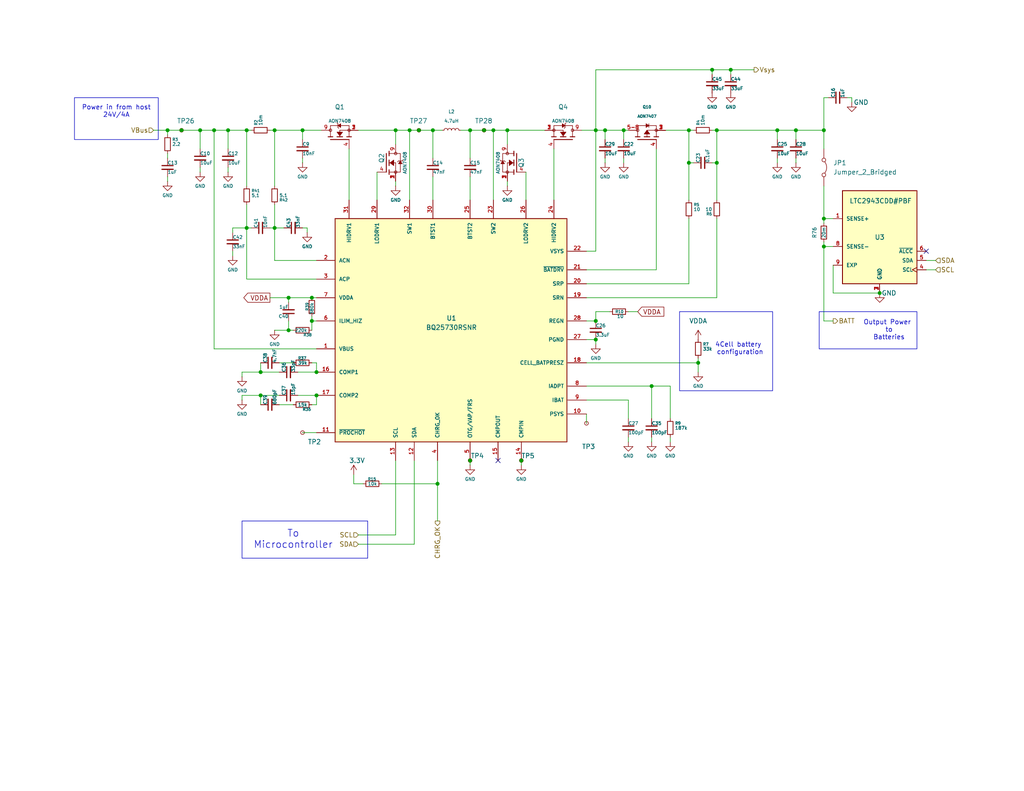
<source format=kicad_sch>
(kicad_sch (version 20250114) (generator "eeschema") (generator_version "9.0")
  (paper "A")
  (title_block (title "Battery Management System") (date "2025-05-09") (rev "0.0.5") (company "Portland State University") (comment 1 "Fernando Custodio, Tyler Tran") (comment 2 "Daniel Anishchenko, Cuauhtemoc Gomez, Cody Reid") (comment 3 "Capstone - Team #6"))
  (lib_symbols
    (symbol "AON7407:AON7407" (pin_names (offset 1.016))
      (property "Reference" "Q10" (at 8.89 0 90))
      (property "Value" "AON7407" (at 6.35 0 90))
      (symbol "AON7407_0_0"
        (polyline (pts (xy 0 -2.54) (xy 0 2.54)) (stroke (width 0.254)))
        (polyline (pts (xy 0.762 2.54) (xy 0.762 3.175)) (stroke (width 0.254)))
        (polyline (pts (xy 0.762 1.905) (xy 0.762 2.54)) (stroke (width 0.254)))
        (polyline (pts (xy 0.762 0) (xy 0.762 0.762)) (stroke (width 0.254)))
        (polyline (pts (xy 0.762 0) (xy 2.54 0)) (stroke (width 0.1524)))
        (polyline (pts (xy 0.762 -0.762) (xy 0.762 0)) (stroke (width 0.254)))
        (polyline (pts (xy 0.762 -2.54) (xy 0.762 -1.905)) (stroke (width 0.254)))
        (polyline (pts (xy 0.762 -2.54) (xy 3.81 -2.54)) (stroke (width 0.1524)))
        (polyline (pts (xy 0.762 -3.175) (xy 0.762 -2.54)) (stroke (width 0.254)))
        (polyline (pts (xy 2.54 2.54) (xy 0.762 2.54)) (stroke (width 0.1524)))
        (polyline (pts (xy 2.54 2.54) (xy 3.81 2.54)) (stroke (width 0.1524)))
        (circle (center 2.54 2.54) (radius 0.3592))
        (polyline (pts (xy 2.54 0) (xy 2.54 2.54)) (stroke (width 0.1524)))
        (polyline (pts (xy 2.54 0) (xy 1.524 0.762) (xy 1.524 -0.762) (xy 2.54 0)) (stroke (width 0.1524)) (fill (type outline)))
        (circle (center 2.54 -2.54) (radius 0.3592))
        (polyline (pts (xy 3.302 0.508) (xy 3.81 0.508)) (stroke (width 0.1524)))
        (polyline (pts (xy 3.81 0.508) (xy 3.81 2.54)) (stroke (width 0.1524)))
        (polyline (pts (xy 3.81 0.508) (xy 4.318 0.508)) (stroke (width 0.1524)))
        (polyline (pts (xy 3.81 0.508) (xy 4.318 -0.254) (xy 3.302 -0.254) (xy 3.81 0.508)) (stroke (width 0.1524)) (fill (type outline)))
        (polyline (pts (xy 3.81 -2.54) (xy 3.81 0.508)) (stroke (width 0.1524)))
        (pin passive line (at -2.54 2.54 0) (length 2.54) (name "~") (number "4"))
      )
      (symbol "AON7407_1_0"
        (pin passive line (at 2.54 5.08 270) (length 2.54) (name "~") (number "1"))
        (pin passive line (at 2.54 5.08 270) (length 2.54) (name "~") (number "2"))
        (pin passive line (at 2.54 5.08 270) (length 2.54) (name "~") (number "3"))
        (pin passive line (at 2.54 -5.08 90) (length 2.54) (name "~") (number "5-8"))
      )
    )
    (symbol "AON7408_1" (pin_names (offset 1.016))
      (property "Reference" "Q" (at -8.89 2.54 0))
      (property "Value" "AON7408" (at -8.89 -7.62 0))
      (symbol "AON7408_1_0_0"
        (polyline (pts (xy 0 2.54) (xy 0 -2.54)) (stroke (width 0.254)))
        (polyline (pts (xy 0.762 3.175) (xy 0.762 2.54)) (stroke (width 0.254)))
        (polyline (pts (xy 0.762 2.54) (xy 0.762 1.905)) (stroke (width 0.254)))
        (polyline (pts (xy 0.762 2.54) (xy 3.81 2.54)) (stroke (width 0.1524)))
        (polyline (pts (xy 0.762 0.762) (xy 0.762 0)) (stroke (width 0.254)))
        (polyline (pts (xy 0.762 0) (xy 0.762 -0.762)) (stroke (width 0.254)))
        (polyline (pts (xy 0.762 0) (xy 2.54 0)) (stroke (width 0.1524)))
        (polyline (pts (xy 0.762 -1.905) (xy 0.762 -3.175)) (stroke (width 0.254)))
        (polyline (pts (xy 1.016 0) (xy 2.032 0.762) (xy 2.032 -0.762) (xy 1.016 0)) (stroke (width 0.1524)) (fill (type outline)))
        (circle (center 2.54 2.54) (radius 0.3592))
        (polyline (pts (xy 2.54 0) (xy 2.54 -2.54)) (stroke (width 0.1524)))
        (circle (center 2.54 -2.54) (radius 0.3592))
        (polyline (pts (xy 3.302 0.508) (xy 3.048 0.254)) (stroke (width 0.1524)))
        (polyline (pts (xy 3.81 2.54) (xy 3.81 0.508)) (stroke (width 0.1524)))
        (polyline (pts (xy 3.81 0.508) (xy 3.302 0.508)) (stroke (width 0.1524)))
        (polyline (pts (xy 3.81 0.508) (xy 3.81 -2.54)) (stroke (width 0.1524)))
        (polyline (pts (xy 3.81 0.508) (xy 3.302 -0.254) (xy 4.318 -0.254) (xy 3.81 0.508)) (stroke (width 0.1524)) (fill (type outline)))
        (polyline (pts (xy 3.81 -2.54) (xy 0.762 -2.54)) (stroke (width 0.1524)))
        (polyline (pts (xy 4.318 0.508) (xy 3.81 0.508)) (stroke (width 0.1524)))
        (polyline (pts (xy 4.572 0.762) (xy 4.318 0.508)) (stroke (width 0.1524)))
        (pin passive line (at -2.54 -2.54 0) (length 2.54) (name "~") (number "4"))
        (pin passive line (at 2.54 5.08 270) (length 2.54) (name "~") (number "9"))
        (pin passive line (at 2.54 -5.08 90) (length 2.54) (name "~") (number "1"))
        (pin passive line (at 2.54 -5.08 90) (length 2.54) (name "~") (number "2"))
        (pin passive line (at 2.54 -5.08 90) (length 2.54) (name "~") (number "3"))
      )
    )
    (symbol "BQ25730RSNR_1" (pin_names (offset 1.016))
      (property "Reference" "U1" (at 0 2.032 0))
      (property "Value" "BQ25730RSNR" (at 0 -0.508 0))
      (symbol "BQ25730RSNR_1_0_0"
        (rectangle (start -31.75 29.21) (end 31.496 -31.75) (stroke (width 0.254)) (fill (type background)))
        (pin input line (at -36.83 17.78 0) (length 5.08) (name "ACN") (number "2"))
        (pin input line (at -36.83 12.7 0) (length 5.08) (name "ACP") (number "3"))
        (pin power_in line (at -36.83 7.62 0) (length 5.08) (name "VDDA") (number "7"))
        (pin input line (at -36.83 1.27 0) (length 5.08) (name "ILIM_HIZ") (number "6"))
        (pin power_in line (at -36.83 -6.35 0) (length 5.08) (name "VBUS") (number "1"))
        (pin input line (at -36.83 -12.7 0) (length 5.08) (name "COMP1") (number "16"))
        (pin input line (at -36.83 -19.05 0) (length 5.08) (name "COMP2") (number "17"))
        (pin output line (at -36.83 -29.21 0) (length 5.08) (name "~{PROCHOT}") (number "11"))
        (pin output line (at -27.94 34.29 270) (length 5.08) (name "HIDRV1") (number "31"))
        (pin output line (at -20.32 34.29 270) (length 5.08) (name "LODRV1") (number "29"))
        (pin output line (at -11.43 34.29 270) (length 5.08) (name "SW1") (number "32"))
        (pin bidirectional line (at -10.16 -36.83 90) (length 5.08) (name "SDA") (number "12"))
        (pin power_in line (at -5.08 34.29 270) (length 5.08) (name "BTST1") (number "30"))
        (pin output line (at -3.81 -36.83 90) (length 5.08) (name "CHRG_OK") (number "4"))
        (pin power_in line (at 5.08 34.29 270) (length 5.08) (name "BTST2") (number "25"))
        (pin input line (at 5.08 -36.83 90) (length 5.08) (name "OTG/VAP/FRS") (number "5"))
        (pin output line (at 11.43 34.29 270) (length 5.08) (name "SW2") (number "23"))
        (pin output line (at 12.7 -36.83 90) (length 5.08) (name "CMPOUT") (number "15"))
        (pin input line (at 19.05 -36.83 90) (length 5.08) (name "CMPIN") (number "14"))
        (pin output line (at 20.32 34.29 270) (length 5.08) (name "LODRV2") (number "26"))
        (pin output line (at 27.94 34.29 270) (length 5.08) (name "HIDRV2") (number "24"))
        (pin power_in line (at 36.83 20.32 180) (length 5.08) (name "VSYS") (number "22"))
        (pin output line (at 36.83 15.24 180) (length 5.08) (name "~{BATDRV}") (number "21"))
        (pin input line (at 36.83 11.43 180) (length 5.08) (name "SRP") (number "20"))
        (pin input line (at 36.83 7.62 180) (length 5.08) (name "SRN") (number "19"))
        (pin output line (at 36.83 1.27 180) (length 5.08) (name "REGN") (number "28"))
        (pin power_in line (at 36.83 -3.81 180) (length 5.08) (name "PGND") (number "27"))
        (pin input line (at 36.83 -10.16 180) (length 5.08) (name "CELL_BATPRESZ") (number "18"))
        (pin output line (at 36.83 -16.51 180) (length 5.08) (name "IADPT") (number "8"))
        (pin output line (at 36.83 -20.32 180) (length 5.08) (name "IBAT") (number "9"))
        (pin output line (at 36.83 -24.13 180) (length 5.08) (name "PSYS") (number "10"))
      )
      (symbol "BQ25730RSNR_1_1_0"
        (pin bidirectional line (at -15.24 -36.83 90) (length 5.08) (name "SCL") (number "13"))
      )
    )
    (symbol "Connector:TestPoint_Small" (pin_numbers (hide yes)) (pin_names (offset 0.762) (hide yes))
      (property "Reference" "TP" (at 0 3.81 0))
      (property "Value" "TestPoint_Small" (at 0 2.032 0))
      (symbol "TestPoint_Small_0_1"
        (circle (center 0 0) (radius 0.508))
      )
      (symbol "TestPoint_Small_1_1"
        (pin passive line (at 0 0 90) (length 0) (name "1") (number "1"))
      )
    )
    (symbol "Device:C_Small" (pin_numbers (hide yes)) (pin_names (offset 0.254) (hide yes))
      (property "Reference" "C" (at 0.254 1.778 0))
      (property "Value" "C_Small" (at 0.254 -2.032 0))
      (symbol "C_Small_0_1"
        (polyline (pts (xy -1.524 0.508) (xy 1.524 0.508)) (stroke (width 0.3048)))
        (polyline (pts (xy -1.524 -0.508) (xy 1.524 -0.508)) (stroke (width 0.3302)))
      )
      (symbol "C_Small_1_1"
        (pin passive line (at 0 2.54 270) (length 2.032) (name "~") (number "1"))
        (pin passive line (at 0 -2.54 90) (length 2.032) (name "~") (number "2"))
      )
    )
    (symbol "Device:L_Small" (pin_numbers (hide yes)) (pin_names (offset 0.254) (hide yes))
      (property "Reference" "L" (at 0.762 1.016 0))
      (property "Value" "L_Small" (at 0.762 -1.016 0))
      (symbol "L_Small_0_1"
        (arc (start 0 2.032) (mid 0.5058 1.524) (end 0 1.016))
        (arc (start 0 1.016) (mid 0.5058 0.508) (end 0 0))
        (arc (start 0 0) (mid 0.5058 -0.508) (end 0 -1.016))
        (arc (start 0 -1.016) (mid 0.5058 -1.524) (end 0 -2.032))
      )
      (symbol "L_Small_1_1"
        (pin passive line (at 0 2.54 270) (length 0.508) (name "~") (number "1"))
        (pin passive line (at 0 -2.54 90) (length 0.508) (name "~") (number "2"))
      )
    )
    (symbol "Device:R_Small" (pin_numbers (hide yes)) (pin_names (offset 0.254) (hide yes))
      (property "Reference" "R" (at 0 0 90))
      (property "Value" "R_Small" (at 1.778 0 90))
      (symbol "R_Small_0_1"
        (rectangle (start -0.762 1.778) (end 0.762 -1.778) (stroke (width 0.2032)))
      )
      (symbol "R_Small_1_1"
        (pin passive line (at 0 2.54 270) (length 0.762) (name "~") (number "1"))
        (pin passive line (at 0 -2.54 90) (length 0.762) (name "~") (number "2"))
      )
    )
    (symbol "Jumper:Jumper_2_Bridged" (pin_numbers (hide yes)) (pin_names (offset 0) (hide yes))
      (property "Reference" "JP" (at 0 1.905 0))
      (property "Value" "Jumper_2_Bridged" (at 0 -2.54 0))
      (symbol "Jumper_2_Bridged_0_0"
        (circle (center -2.032 0) (radius 0.508))
        (circle (center 2.032 0) (radius 0.508))
      )
      (symbol "Jumper_2_Bridged_0_1"
        (arc (start -1.524 0.254) (mid 0 0.762) (end 1.524 0.254))
      )
      (symbol "Jumper_2_Bridged_1_1"
        (pin passive line (at -5.08 0 0) (length 2.54) (name "A") (number "1"))
        (pin passive line (at 5.08 0 180) (length 2.54) (name "B") (number "2"))
      )
    )
    (symbol "LTC2943CDD_PBF:LTC2943CDD_PBF" (pin_names (offset 1.016))
      (property "Reference" "U3" (at 0 0 0))
      (property "Value" "LTC2943CDD_PBF" (at -0.254 9.906 0))
      (symbol "LTC2943CDD_PBF_0_0"
        (rectangle (start -10.16 -12.7) (end 10.16 12.7) (stroke (width 0.254)) (fill (type background)))
      )
      (symbol "LTC2943CDD_PBF_1_0"
        (pin bidirectional line (at -12.7 -3.81 0) (length 2.54) (name "~{ALCC}") (number "6"))
        (pin bidirectional line (at -12.7 -6.35 0) (length 2.54) (name "SDA") (number "5"))
        (pin input clock (at -12.7 -8.89 0) (length 2.54) (name "SCL") (number "4"))
        (pin power_in line (at 0 -15.24 90) (length 2.54) (name "GND") (number "2"))
        (pin power_in line (at 0 -15.24 90) (length 2.54) (name "GND") (number "3"))
        (pin power_in line (at 0 -15.24 90) (length 2.54) (name "GND") (number "7"))
        (pin input line (at 12.7 5.08 180) (length 2.54) (name "SENSE+") (number "1"))
        (pin input line (at 12.7 -2.54 180) (length 2.54) (name "SENSE-") (number "8"))
        (pin power_in line (at 12.7 -7.62 180) (length 2.54) (name "EXP") (number "9"))
      )
    )
    (symbol "power:GND" (power) (pin_numbers (hide yes)) (pin_names (offset 0) (hide yes))
      (property "Value" "GND" (at 0 -3.81 0))
      (symbol "GND_0_1"
        (polyline (pts (xy 0 0) (xy 0 -1.27) (xy 1.27 -1.27) (xy 0 -2.54) (xy -1.27 -1.27) (xy 0 -1.27)))
      )
      (symbol "GND_1_1"
        (pin power_in line (at 0 0 270) (length 0) (name "~") (number "1"))
      )
    )
    (symbol "power:VCC" (power) (pin_numbers (hide yes)) (pin_names (offset 0) (hide yes))
      (property "Value" "VCC" (at 0 3.556 0))
      (symbol "VCC_0_1"
        (polyline (pts (xy -0.762 1.27) (xy 0 2.54)))
        (polyline (pts (xy 0 2.54) (xy 0.762 1.27)))
        (polyline (pts (xy 0 0) (xy 0 2.54)))
      )
      (symbol "VCC_1_1"
        (pin power_in line (at 0 0 90) (length 0) (name "~") (number "1"))
      )
    )
  )
  (rectangle (start 185.42 85.09) (end 210.82 106.68))
  (rectangle (start 223.52 85.09) (end 250.19 95.25))
  (rectangle (start 20.32 26.67) (end 43.18 38.1))
  (rectangle (start 66.04 142.24) (end 100.33 152.4))
  (text "4Cell battery \nconfiguration" (at 201.93 95.25 0) (effects (font (size 1.27 1.27))))
  (text "To\nMicrocontroller" (at 80.01 147.32 0) (effects (font (size 1.905 1.905))))
  (text "Power in from host\n24V/4A" (at 31.75 30.48 0) (effects (font (size 1.27 1.27))))
  (text "Output Power \nto\nBatteries" (at 242.57 90.17 0) (effects (font (size 1.27 1.27))))
  (junction (at 45.72 35.56))
  (junction (at 82.55 35.56))
  (junction (at 119.38 132.08))
  (junction (at 162.56 92.71))
  (junction (at 67.31 62.23))
  (junction (at 142.24 125.73))
  (junction (at 132.08 35.56))
  (junction (at 194.31 19.05))
  (junction (at 78.74 90.17))
  (junction (at 190.5 99.06))
  (junction (at 212.09 35.56))
  (junction (at 71.12 101.6))
  (junction (at 49.53 35.56))
  (junction (at 199.39 19.05))
  (junction (at 138.43 35.56))
  (junction (at 224.79 35.56))
  (junction (at 107.95 35.56))
  (junction (at 78.74 81.28))
  (junction (at 58.42 35.56))
  (junction (at 74.93 35.56))
  (junction (at 118.11 35.56))
  (junction (at 67.31 35.56))
  (junction (at 62.23 35.56))
  (junction (at 162.56 87.63))
  (junction (at 195.58 35.56))
  (junction (at 85.09 87.63))
  (junction (at 86.36 107.95))
  (junction (at 71.12 107.95))
  (junction (at 54.61 35.56))
  (junction (at 134.62 35.56))
  (junction (at 86.36 101.6))
  (junction (at 240.03 80.01))
  (junction (at 170.18 35.56))
  (junction (at 217.17 35.56))
  (junction (at 224.79 59.69))
  (junction (at 187.96 35.56))
  (junction (at 128.27 35.56))
  (junction (at 195.58 44.45))
  (junction (at 162.56 35.56))
  (junction (at 128.27 125.73))
  (junction (at 224.79 67.31))
  (junction (at 111.76 35.56))
  (junction (at 74.93 62.23))
  (junction (at 114.3 35.56))
  (junction (at 85.09 81.28))
  (junction (at 165.1 35.56))
  (junction (at 177.8 105.41))
  (junction (at 187.96 44.45))
  (no_connect (at 252.73 68.58))
  (no_connect (at 135.89 125.73))
  (wire (pts (xy 138.43 49.53) (xy 138.43 50.8)))
  (wire (pts (xy 187.96 44.45) (xy 187.96 54.61)))
  (wire (pts (xy 63.5 68.58) (xy 63.5 69.85)))
  (wire (pts (xy 194.31 44.45) (xy 195.58 44.45)))
  (wire (pts (xy 173.99 85.09) (xy 171.45 85.09)))
  (wire (pts (xy 162.56 85.09) (xy 162.56 87.63)))
  (wire (pts (xy 195.58 35.56) (xy 212.09 35.56)))
  (wire (pts (xy 232.41 26.67) (xy 231.14 26.67)))
  (wire (pts (xy 86.36 87.63) (xy 85.09 87.63)))
  (wire (pts (xy 66.04 101.6) (xy 71.12 101.6)))
  (wire (pts (xy 195.58 35.56) (xy 195.58 44.45)))
  (wire (pts (xy 177.8 105.41) (xy 182.88 105.41)))
  (wire (pts (xy 45.72 48.26) (xy 45.72 49.53)))
  (wire (pts (xy 217.17 35.56) (xy 224.79 35.56)))
  (wire (pts (xy 76.2 110.49) (xy 80.01 110.49)))
  (wire (pts (xy 45.72 41.91) (xy 45.72 43.18)))
  (wire (pts (xy 104.14 132.08) (xy 119.38 132.08)))
  (wire (pts (xy 86.36 99.06) (xy 86.36 101.6)))
  (wire (pts (xy 96.52 132.08) (xy 99.06 132.08)))
  (wire (pts (xy 165.1 35.56) (xy 165.1 38.1)))
  (wire (pts (xy 119.38 132.08) (xy 119.38 142.24)))
  (wire (pts (xy 170.18 35.56) (xy 170.18 38.1)))
  (wire (pts (xy 58.42 35.56) (xy 62.23 35.56)))
  (wire (pts (xy 41.91 35.56) (xy 45.72 35.56)))
  (wire (pts (xy 171.45 109.22) (xy 171.45 114.3)))
  (wire (pts (xy 111.76 35.56) (xy 111.76 54.61)))
  (wire (pts (xy 62.23 45.72) (xy 62.23 46.99)))
  (wire (pts (xy 45.72 35.56) (xy 45.72 36.83)))
  (wire (pts (xy 160.02 77.47) (xy 187.96 77.47)))
  (wire (pts (xy 125.73 35.56) (xy 128.27 35.56)))
  (wire (pts (xy 67.31 35.56) (xy 68.58 35.56)))
  (wire (pts (xy 182.88 119.38) (xy 182.88 120.65)))
  (wire (pts (xy 67.31 62.23) (xy 68.58 62.23)))
  (wire (pts (xy 170.18 43.18) (xy 170.18 44.45)))
  (wire (pts (xy 224.79 60.96) (xy 224.79 59.69)))
  (wire (pts (xy 158.75 35.56) (xy 162.56 35.56)))
  (wire (pts (xy 63.5 63.5) (xy 63.5 62.23)))
  (wire (pts (xy 107.95 35.56) (xy 111.76 35.56)))
  (wire (pts (xy 97.79 146.05) (xy 107.95 146.05)))
  (wire (pts (xy 78.74 90.17) (xy 80.01 90.17)))
  (wire (pts (xy 179.07 40.64) (xy 179.07 73.66)))
  (wire (pts (xy 86.36 95.25) (xy 58.42 95.25)))
  (wire (pts (xy 102.87 46.99) (xy 102.87 54.61)))
  (wire (pts (xy 85.09 110.49) (xy 86.36 110.49)))
  (wire (pts (xy 224.79 59.69) (xy 227.33 59.69)))
  (wire (pts (xy 195.58 81.28) (xy 195.58 59.69)))
  (wire (pts (xy 134.62 35.56) (xy 138.43 35.56)))
  (wire (pts (xy 67.31 55.88) (xy 67.31 62.23)))
  (wire (pts (xy 85.09 87.63) (xy 85.09 90.17)))
  (wire (pts (xy 71.12 107.95) (xy 71.12 110.49)))
  (wire (pts (xy 82.55 35.56) (xy 82.55 38.1)))
  (wire (pts (xy 187.96 77.47) (xy 187.96 59.69)))
  (wire (pts (xy 95.25 40.64) (xy 95.25 54.61)))
  (wire (pts (xy 224.79 67.31) (xy 224.79 87.63)))
  (wire (pts (xy 224.79 66.04) (xy 224.79 67.31)))
  (wire (pts (xy 194.31 35.56) (xy 195.58 35.56)))
  (wire (pts (xy 166.37 85.09) (xy 162.56 85.09)))
  (wire (pts (xy 138.43 35.56) (xy 148.59 35.56)))
  (wire (pts (xy 217.17 43.18) (xy 217.17 44.45)))
  (wire (pts (xy 83.82 63.5) (xy 83.82 62.23)))
  (wire (pts (xy 128.27 35.56) (xy 132.08 35.56)))
  (wire (pts (xy 96.52 129.54) (xy 96.52 132.08)))
  (wire (pts (xy 85.09 81.28) (xy 86.36 81.28)))
  (wire (pts (xy 162.56 35.56) (xy 162.56 19.05)))
  (wire (pts (xy 78.74 81.28) (xy 85.09 81.28)))
  (wire (pts (xy 177.8 105.41) (xy 177.8 114.3)))
  (wire (pts (xy 138.43 35.56) (xy 138.43 39.37)))
  (wire (pts (xy 160.02 109.22) (xy 171.45 109.22)))
  (wire (pts (xy 113.03 148.59) (xy 113.03 125.73)))
  (wire (pts (xy 212.09 43.18) (xy 212.09 44.45)))
  (wire (pts (xy 82.55 35.56) (xy 87.63 35.56)))
  (wire (pts (xy 179.07 73.66) (xy 160.02 73.66)))
  (wire (pts (xy 187.96 35.56) (xy 189.23 35.56)))
  (wire (pts (xy 74.93 55.88) (xy 74.93 62.23)))
  (wire (pts (xy 165.1 35.56) (xy 170.18 35.56)))
  (wire (pts (xy 194.31 20.32) (xy 194.31 19.05)))
  (wire (pts (xy 73.66 81.28) (xy 78.74 81.28)))
  (wire (pts (xy 85.09 86.36) (xy 85.09 87.63)))
  (wire (pts (xy 128.27 35.56) (xy 128.27 43.18)))
  (wire (pts (xy 190.5 97.79) (xy 190.5 99.06)))
  (wire (pts (xy 224.79 87.63) (xy 227.33 87.63)))
  (wire (pts (xy 162.56 68.58) (xy 162.56 35.56)))
  (wire (pts (xy 128.27 48.26) (xy 128.27 54.61)))
  (wire (pts (xy 71.12 101.6) (xy 76.2 101.6)))
  (wire (pts (xy 74.93 62.23) (xy 74.93 71.12)))
  (wire (pts (xy 82.55 118.11) (xy 86.36 118.11)))
  (wire (pts (xy 118.11 35.56) (xy 118.11 43.18)))
  (wire (pts (xy 74.93 62.23) (xy 77.47 62.23)))
  (wire (pts (xy 190.5 99.06) (xy 190.5 101.6)))
  (wire (pts (xy 224.79 26.67) (xy 224.79 35.56)))
  (wire (pts (xy 74.93 71.12) (xy 86.36 71.12)))
  (wire (pts (xy 160.02 68.58) (xy 162.56 68.58)))
  (wire (pts (xy 74.93 35.56) (xy 74.93 50.8)))
  (wire (pts (xy 67.31 76.2) (xy 86.36 76.2)))
  (wire (pts (xy 195.58 44.45) (xy 195.58 54.61)))
  (wire (pts (xy 212.09 35.56) (xy 217.17 35.56)))
  (wire (pts (xy 73.66 62.23) (xy 74.93 62.23)))
  (wire (pts (xy 111.76 35.56) (xy 114.3 35.56)))
  (wire (pts (xy 107.95 49.53) (xy 107.95 50.8)))
  (wire (pts (xy 170.18 35.56) (xy 171.45 35.56)))
  (wire (pts (xy 67.31 50.8) (xy 67.31 35.56)))
  (wire (pts (xy 224.79 35.56) (xy 224.79 40.64)))
  (wire (pts (xy 74.93 35.56) (xy 82.55 35.56)))
  (wire (pts (xy 107.95 35.56) (xy 107.95 39.37)))
  (wire (pts (xy 81.28 101.6) (xy 86.36 101.6)))
  (wire (pts (xy 85.09 99.06) (xy 86.36 99.06)))
  (wire (pts (xy 160.02 81.28) (xy 195.58 81.28)))
  (wire (pts (xy 67.31 62.23) (xy 67.31 76.2)))
  (wire (pts (xy 199.39 20.32) (xy 199.39 19.05)))
  (wire (pts (xy 114.3 35.56) (xy 118.11 35.56)))
  (wire (pts (xy 255.27 71.12) (xy 252.73 71.12)))
  (wire (pts (xy 71.12 99.06) (xy 71.12 101.6)))
  (wire (pts (xy 86.36 107.95) (xy 86.36 110.49)))
  (wire (pts (xy 58.42 95.25) (xy 58.42 35.56)))
  (wire (pts (xy 128.27 125.73) (xy 128.27 127)))
  (wire (pts (xy 217.17 35.56) (xy 217.17 38.1)))
  (wire (pts (xy 107.95 146.05) (xy 107.95 125.73)))
  (wire (pts (xy 143.51 46.99) (xy 143.51 54.61)))
  (wire (pts (xy 160.02 105.41) (xy 177.8 105.41)))
  (wire (pts (xy 151.13 40.64) (xy 151.13 54.61)))
  (wire (pts (xy 227.33 72.39) (xy 227.33 80.01)))
  (wire (pts (xy 212.09 35.56) (xy 212.09 38.1)))
  (wire (pts (xy 160.02 113.03) (xy 160.02 115.57)))
  (wire (pts (xy 78.74 81.28) (xy 78.74 82.55)))
  (wire (pts (xy 49.53 35.56) (xy 54.61 35.56)))
  (wire (pts (xy 97.79 148.59) (xy 113.03 148.59)))
  (wire (pts (xy 160.02 87.63) (xy 162.56 87.63)))
  (wire (pts (xy 54.61 35.56) (xy 58.42 35.56)))
  (wire (pts (xy 187.96 35.56) (xy 187.96 44.45)))
  (wire (pts (xy 54.61 35.56) (xy 54.61 40.64)))
  (wire (pts (xy 194.31 19.05) (xy 199.39 19.05)))
  (wire (pts (xy 134.62 35.56) (xy 134.62 54.61)))
  (wire (pts (xy 160.02 92.71) (xy 162.56 92.71)))
  (wire (pts (xy 162.56 35.56) (xy 165.1 35.56)))
  (wire (pts (xy 227.33 80.01) (xy 240.03 80.01)))
  (wire (pts (xy 66.04 109.22) (xy 66.04 107.95)))
  (wire (pts (xy 54.61 45.72) (xy 54.61 46.99)))
  (wire (pts (xy 182.88 105.41) (xy 182.88 114.3)))
  (wire (pts (xy 118.11 48.26) (xy 118.11 54.61)))
  (wire (pts (xy 224.79 26.67) (xy 226.06 26.67)))
  (wire (pts (xy 73.66 35.56) (xy 74.93 35.56)))
  (wire (pts (xy 62.23 35.56) (xy 62.23 40.64)))
  (wire (pts (xy 224.79 67.31) (xy 227.33 67.31)))
  (wire (pts (xy 78.74 87.63) (xy 78.74 90.17)))
  (wire (pts (xy 255.27 73.66) (xy 252.73 73.66)))
  (wire (pts (xy 142.24 127) (xy 142.24 125.73)))
  (wire (pts (xy 62.23 35.56) (xy 67.31 35.56)))
  (wire (pts (xy 132.08 35.56) (xy 134.62 35.56)))
  (wire (pts (xy 162.56 92.71) (xy 162.56 93.98)))
  (wire (pts (xy 189.23 44.45) (xy 187.96 44.45)))
  (wire (pts (xy 165.1 43.18) (xy 165.1 44.45)))
  (wire (pts (xy 224.79 50.8) (xy 224.79 59.69)))
  (wire (pts (xy 118.11 35.56) (xy 120.65 35.56)))
  (wire (pts (xy 160.02 99.06) (xy 190.5 99.06)))
  (wire (pts (xy 232.41 27.94) (xy 232.41 26.67)))
  (wire (pts (xy 199.39 19.05) (xy 205.74 19.05)))
  (wire (pts (xy 66.04 102.87) (xy 66.04 101.6)))
  (wire (pts (xy 97.79 35.56) (xy 107.95 35.56)))
  (wire (pts (xy 81.28 107.95) (xy 86.36 107.95)))
  (wire (pts (xy 45.72 35.56) (xy 49.53 35.56)))
  (wire (pts (xy 171.45 119.38) (xy 171.45 120.65)))
  (wire (pts (xy 76.2 99.06) (xy 80.01 99.06)))
  (wire (pts (xy 82.55 43.18) (xy 82.55 44.45)))
  (wire (pts (xy 177.8 119.38) (xy 177.8 120.65)))
  (wire (pts (xy 63.5 62.23) (xy 67.31 62.23)))
  (wire (pts (xy 119.38 125.73) (xy 119.38 132.08)))
  (wire (pts (xy 74.93 90.17) (xy 78.74 90.17)))
  (wire (pts (xy 181.61 35.56) (xy 187.96 35.56)))
  (wire (pts (xy 83.82 62.23) (xy 82.55 62.23)))
  (wire (pts (xy 71.12 107.95) (xy 76.2 107.95)))
  (wire (pts (xy 162.56 19.05) (xy 194.31 19.05)))
  (wire (pts (xy 66.04 107.95) (xy 71.12 107.95)))
  (global_label "VDDA" (shape input) (at 173.99 85.09 0) (property "Intersheetrefs" "${INTERSHEET_REFS}" (effects (hide yes))))
  (global_label "VDDA" (shape output) (at 73.66 81.28 180) (property "Intersheetrefs" "${INTERSHEET_REFS}" (effects (hide yes))))
  (hierarchical_label "BATT" (shape output) (at 227.33 87.63 0))
  (hierarchical_label "SCL" (shape input) (at 255.27 73.66 0))
  (hierarchical_label "SDA" (shape input) (at 255.27 71.12 0))
  (hierarchical_label "SCL" (shape input) (at 97.79 146.05 180))
  (hierarchical_label "VBus" (shape input) (at 41.91 35.56 180))
  (hierarchical_label "CHRG_OK" (shape output) (at 119.38 142.24 270))
  (hierarchical_label "SDA" (shape input) (at 97.79 148.59 180))
  (hierarchical_label "Vsys" (shape output) (at 205.74 19.05 0))
  (symbol (lib_name "BQ25730RSNR_1") (lib_id "BQ25730RSNR:BQ25730RSNR") (at 123.19 88.9 0) (unit 1)
    (property "Reference" "U1" (at 123.19 86.868 0))
    (property "Value" "BQ25730RSNR" (at 123.19 89.408 0))
    (property "Footprint" "BQ25730RSNR:IC_BQ25730RSNR" (effects (hide yes)))
    (property "Datasheet" "https://www.ti.com/lit/ds/symlink/bq25730.pdf" (effects (hide yes)))
    (property "Description" "Charger IC Multi-Chemistry 32-QFN (4x4)" (effects (hide yes)))
    (property "MFR" "Texas Instruments" (effects (hide yes)))
    (property "MPN" "BQ25730RSNR" (effects (hide yes)))
  )
  (symbol (lib_id "Device:C_Small") (at 212.09 40.64 0) (unit 1)
    (property "Reference" "C25" (at 212.09 39.37 0) (effects (font (size 0.889 0.889)) (justify left)))
    (property "Value" "10uF" (at 212.09 41.91 0) (effects (font (size 0.889 0.889)) (justify left)))
    (property "Footprint" "Capacitor_SMD:C_1206_3216Metric" (effects (hide yes)))
    (property "Description" "Unpolarized capacitor, small symbol" (effects (hide yes)))
    (property "MFR" "SAMSUNG" (effects (hide yes)))
    (property "MPN" "CL31A106KBHNNNE" (effects (hide yes)))
  )
  (symbol (lib_id "Device:R_Small") (at 82.55 110.49 270) (unit 1)
    (property "Reference" "R36" (at 82.55 111.76 90) (effects (font (size 0.762 0.762)) (justify left)))
    (property "Value" "15k" (at 81.28 110.49 90) (effects (font (size 0.889 0.889)) (justify left)))
    (property "Footprint" "Resistor_SMD:R_0603_1608Metric" (effects (hide yes)))
    (property "Description" "Resistor, small symbol" (effects (hide yes)))
  )
  (symbol (lib_id "power:GND") (at 232.41 27.94 0) (unit 1)
    (property "Reference" "#PWR080" (effects (hide yes)))
    (property "Value" "GND" (at 234.95 27.94 0))
    (property "Description" "Power symbol creates a global label with name \"GND\" , ground" (effects (hide yes)))
  )
  (symbol (lib_id "power:GND") (at 83.82 63.5 0) (unit 1)
    (property "Reference" "#PWR069" (effects (hide yes)))
    (property "Value" "GND" (at 83.82 67.31 0) (effects (font (size 0.889 0.889))))
    (property "Description" "Power symbol creates a global label with name \"GND\" , ground" (effects (hide yes)))
  )
  (symbol (lib_id "power:GND") (at 165.1 44.45 0) (unit 1)
    (property "Reference" "#PWR088" (effects (hide yes)))
    (property "Value" "GND" (at 165.1 48.26 0) (effects (font (size 0.889 0.889))))
    (property "Description" "Power symbol creates a global label with name \"GND\" , ground" (effects (hide yes)))
  )
  (symbol (lib_id "Connector:TestPoint_Small") (at 160.02 115.57 0) (unit 1)
    (property "Reference" "TP3" (at 158.75 121.92 0) (effects (justify left)))
    (property "Value" "TestPoint_Small" (effects (hide yes)))
    (property "Footprint" "TestPoint:TestPoint_THTPad_1.0x1.0mm_Drill0.5mm" (effects (hide yes)))
    (property "Description" "test point" (effects (hide yes)))
  )
  (symbol (lib_id "Device:C_Small") (at 228.6 26.67 90) (unit 1)
    (property "Reference" "C16" (at 227.33 26.67 0) (effects (font (size 0.889 0.889)) (justify left)))
    (property "Value" "1uF" (at 229.87 26.67 0) (effects (font (size 0.889 0.889)) (justify left)))
    (property "Footprint" "Capacitor_SMD:C_0603_1608Metric" (effects (hide yes)))
    (property "Description" "Unpolarized capacitor, small symbol" (effects (hide yes)))
  )
  (symbol (lib_id "power:GND") (at 199.39 25.4 0) (unit 1)
    (property "Reference" "#PWR043" (effects (hide yes)))
    (property "Value" "GND" (at 199.39 29.21 0) (effects (font (size 0.889 0.889))))
    (property "Description" "Power symbol creates a global label with name \"GND\" , ground" (effects (hide yes)))
  )
  (symbol (lib_id "power:GND") (at 217.17 44.45 0) (unit 1)
    (property "Reference" "#PWR057" (effects (hide yes)))
    (property "Value" "GND" (at 217.17 48.26 0) (effects (font (size 0.889 0.889))))
    (property "Description" "Power symbol creates a global label with name \"GND\" , ground" (effects (hide yes)))
  )
  (symbol (lib_id "power:GND") (at 82.55 44.45 0) (unit 1)
    (property "Reference" "#PWR034" (effects (hide yes)))
    (property "Value" "GND" (at 82.55 48.26 0) (effects (font (size 0.889 0.889))))
    (property "Description" "Power symbol creates a global label with name \"GND\" , ground" (effects (hide yes)))
  )
  (symbol (lib_id "Device:R_Small") (at 74.93 53.34 0) (mirror x) (unit 1)
    (property "Reference" "R42" (at 76.2 54.61 0) (effects (font (size 0.762 0.762)) (justify left)))
    (property "Value" "5.1" (at 76.2 53.34 0) (effects (font (size 0.889 0.889)) (justify left)))
    (property "Footprint" "Resistor_SMD:R_0603_1608Metric" (effects (hide yes)))
    (property "Description" "Resistor, small symbol" (effects (hide yes)))
  )
  (symbol (lib_id "Connector:TestPoint_Small") (at 49.53 35.56 0) (unit 1)
    (property "Reference" "TP26" (at 48.26 33.02 0) (effects (justify left)))
    (property "Value" "TestPoint_Small" (effects (hide yes)))
    (property "Footprint" "TestPoint:TestPoint_THTPad_1.0x1.0mm_Drill0.5mm" (effects (hide yes)))
    (property "Description" "test point" (effects (hide yes)))
  )
  (symbol (lib_id "Device:R_Small") (at 195.58 57.15 180) (unit 1)
    (property "Reference" "R6" (at 194.31 58.42 0) (effects (font (size 0.762 0.762)) (justify left)))
    (property "Value" "10" (at 194.31 57.15 0) (effects (font (size 0.889 0.889)) (justify left)))
    (property "Footprint" "Resistor_SMD:R_0603_1608Metric" (effects (hide yes)))
    (property "Description" "Resistor, small symbol" (effects (hide yes)))
  )
  (symbol (lib_id "Device:R_Small") (at 67.31 53.34 0) (unit 1)
    (property "Reference" "R41" (at 68.58 52.07 0) (effects (font (size 0.762 0.762)) (justify left)))
    (property "Value" "5,1" (at 68.58 53.34 0) (effects (font (size 0.889 0.889)) (justify left)))
    (property "Footprint" "Resistor_SMD:R_0603_1608Metric" (effects (hide yes)))
    (property "Description" "Resistor, small symbol" (effects (hide yes)))
  )
  (symbol (lib_id "Device:C_Small") (at 78.74 101.6 90) (unit 1)
    (property "Reference" "C36" (at 77.47 101.6 0) (effects (font (size 0.889 0.889)) (justify left)))
    (property "Value" "33pF" (at 80.01 101.6 0) (effects (font (size 0.889 0.889)) (justify left)))
    (property "Footprint" "Capacitor_SMD:C_0603_1608Metric" (effects (hide yes)))
    (property "Description" "Unpolarized capacitor, small symbol" (effects (hide yes)))
  )
  (symbol (lib_id "Device:C_Small") (at 78.74 85.09 180) (unit 1)
    (property "Reference" "C40" (at 78.74 86.36 0) (effects (font (size 0.889 0.889)) (justify left)))
    (property "Value" "1uF" (at 78.74 83.82 0) (effects (font (size 0.889 0.889)) (justify left)))
    (property "Footprint" "Capacitor_SMD:C_0603_1608Metric" (effects (hide yes)))
    (property "Description" "Unpolarized capacitor, small symbol" (effects (hide yes)))
  )
  (symbol (lib_id "Connector:TestPoint_Small") (at 82.55 118.11 0) (mirror y) (unit 1)
    (property "Reference" "TP2" (at 87.63 120.65 0) (effects (justify left)))
    (property "Value" "TestPoint_Small" (effects (hide yes)))
    (property "Footprint" "TestPoint:TestPoint_THTPad_1.0x1.0mm_Drill0.5mm" (effects (hide yes)))
    (property "Description" "test point" (effects (hide yes)))
  )
  (symbol (lib_id "power:GND") (at 107.95 50.8 0) (unit 1)
    (property "Reference" "#PWR039" (effects (hide yes)))
    (property "Value" "GND" (at 107.95 54.61 0) (effects (font (size 0.889 0.889))))
    (property "Description" "Power symbol creates a global label with name \"GND\" , ground" (effects (hide yes)))
  )
  (symbol (lib_name "AON7408_1") (lib_id "AON7408:AON7408") (at 140.97 44.45 0) (mirror y) (unit 1)
    (property "Reference" "Q3" (at 142.24 44.45 90))
    (property "Value" "AON7408" (at 135.89 44.45 90) (effects (font (size 0.889 0.889))))
    (property "Footprint" "AON7408:TRANS_AON7408" (effects (hide yes)))
    (property "PARTREV" "G" (effects (hide yes)))
    (property "STANDARD" "Manufacturer Recommendations" (effects (hide yes)))
    (property "MAXIMUM_PACKAGE_HEIGHT" "0.90 mm" (effects (hide yes)))
    (property "MANUFACTURER" "Alpha & Omega Semiconductor" (effects (hide yes)))
  )
  (symbol (lib_id "power:GND") (at 74.93 90.17 0) (unit 1)
    (property "Reference" "#PWR067" (effects (hide yes)))
    (property "Value" "GND" (at 74.93 93.98 0) (effects (font (size 0.889 0.889))))
    (property "Description" "Power symbol creates a global label with name \"GND\" , ground" (effects (hide yes)))
  )
  (symbol (lib_id "power:GND") (at 138.43 50.8 0) (unit 1)
    (property "Reference" "#PWR040" (effects (hide yes)))
    (property "Value" "GND" (at 138.43 54.61 0) (effects (font (size 0.889 0.889))))
    (property "Description" "Power symbol creates a global label with name \"GND\" , ground" (effects (hide yes)))
  )
  (symbol (lib_id "Device:C_Small") (at 128.27 45.72 0) (unit 1)
    (property "Reference" "C15" (at 128.27 44.45 0) (effects (font (size 0.889 0.889)) (justify left)))
    (property "Value" "47nF" (at 128.27 46.99 0) (effects (font (size 0.889 0.889)) (justify left)))
    (property "Footprint" "Capacitor_SMD:C_0603_1608Metric" (effects (hide yes)))
    (property "Description" "Unpolarized capacitor, small symbol" (effects (hide yes)))
  )
  (symbol (lib_id "Device:R_Small") (at 82.55 90.17 90) (unit 1)
    (property "Reference" "R38" (at 85.09 91.44 90) (effects (font (size 0.762 0.762)) (justify left)))
    (property "Value" "220k" (at 83.82 90.17 90) (effects (font (size 0.889 0.889)) (justify left)))
    (property "Footprint" "Resistor_SMD:R_0603_1608Metric" (effects (hide yes)))
    (property "Description" "Resistor, small symbol" (effects (hide yes)))
  )
  (symbol (lib_id "Device:R_Small") (at 45.72 39.37 0) (unit 1)
    (property "Reference" "R3" (at 46.99 38.1 0) (effects (font (size 0.762 0.762)) (justify left)))
    (property "Value" "2.2" (at 46.99 39.37 0) (effects (font (size 0.889 0.889)) (justify left)))
    (property "Footprint" "Resistor_SMD:R_1206_3216Metric" (effects (hide yes)))
    (property "Description" "Resistor, small symbol" (effects (hide yes)))
  )
  (symbol (lib_id "power:GND") (at 66.04 102.87 0) (unit 1)
    (property "Reference" "#PWR066" (effects (hide yes)))
    (property "Value" "GND" (at 66.04 106.68 0) (effects (font (size 0.889 0.889))))
    (property "Description" "Power symbol creates a global label with name \"GND\" , ground" (effects (hide yes)))
  )
  (symbol (lib_id "power:GND") (at 66.04 109.22 0) (unit 1)
    (property "Reference" "#PWR065" (effects (hide yes)))
    (property "Value" "GND" (at 66.04 113.03 0) (effects (font (size 0.889 0.889))))
    (property "Description" "Power symbol creates a global label with name \"GND\" , ground" (effects (hide yes)))
  )
  (symbol (lib_id "Device:R_Small") (at 190.5 95.25 0) (unit 1)
    (property "Reference" "R7" (at 191.77 93.98 0) (effects (font (size 0.762 0.762)) (justify left)))
    (property "Value" "33k" (at 191.77 95.25 0) (effects (font (size 0.889 0.889)) (justify left)))
    (property "Footprint" "Resistor_SMD:R_0603_1608Metric" (effects (hide yes)))
    (property "Description" "Resistor, small symbol" (effects (hide yes)))
  )
  (symbol (lib_id "Device:C_Small") (at 63.5 66.04 0) (unit 1)
    (property "Reference" "C42" (at 63.5 64.77 0) (effects (font (size 0.889 0.889)) (justify left)))
    (property "Value" "33nF" (at 63.5 67.31 0) (effects (font (size 0.889 0.889)) (justify left)))
    (property "Footprint" "Capacitor_SMD:C_0603_1608Metric" (effects (hide yes)))
    (property "Description" "Unpolarized capacitor, small symbol" (effects (hide yes)))
  )
  (symbol (lib_id "power:GND") (at 142.24 127 0) (unit 1)
    (property "Reference" "#PWR064" (effects (hide yes)))
    (property "Value" "GND" (at 142.24 130.81 0) (effects (font (size 0.889 0.889))))
    (property "Description" "Power symbol creates a global label with name \"GND\" , ground" (effects (hide yes)))
  )
  (symbol (lib_name "AON7408_1") (lib_id "AON7408:AON7408") (at 153.67 38.1 270) (mirror x) (unit 1)
    (property "Reference" "Q4" (at 153.67 29.21 90))
    (property "Value" "AON7408" (at 153.67 33.02 90) (effects (font (size 0.889 0.889))))
    (property "Footprint" "AON7408:TRANS_AON7408" (effects (hide yes)))
    (property "PARTREV" "G" (effects (hide yes)))
    (property "STANDARD" "Manufacturer Recommendations" (effects (hide yes)))
    (property "MAXIMUM_PACKAGE_HEIGHT" "0.90 mm" (effects (hide yes)))
    (property "MANUFACTURER" "Alpha & Omega Semiconductor" (effects (hide yes)))
  )
  (symbol (lib_id "power:GND") (at 162.56 93.98 0) (unit 1)
    (property "Reference" "#PWR058" (effects (hide yes)))
    (property "Value" "GND" (at 162.56 97.79 0) (effects (font (size 0.889 0.889))))
    (property "Description" "Power symbol creates a global label with name \"GND\" , ground" (effects (hide yes)))
  )
  (symbol (lib_id "power:GND") (at 45.72 49.53 0) (unit 1)
    (property "Reference" "#PWR038" (effects (hide yes)))
    (property "Value" "GND" (at 45.72 53.34 0) (effects (font (size 0.889 0.889))))
    (property "Description" "Power symbol creates a global label with name \"GND\" , ground" (effects (hide yes)))
  )
  (symbol (lib_id "Device:C_Small") (at 82.55 40.64 0) (unit 1)
    (property "Reference" "C9" (at 82.55 39.37 0) (effects (font (size 0.889 0.889)) (justify left)))
    (property "Value" "10nF" (at 82.55 41.91 0) (effects (font (size 0.889 0.889)) (justify left)))
    (property "Footprint" "Capacitor_SMD:C_0603_1608Metric" (effects (hide yes)))
    (property "Description" "Unpolarized capacitor, small symbol" (effects (hide yes)))
  )
  (symbol (lib_id "Connector:TestPoint_Small") (at 142.24 125.73 270) (unit 1)
    (property "Reference" "TP5" (at 142.24 124.46 90) (effects (justify left)))
    (property "Value" "TestPoint_Small" (effects (hide yes)))
    (property "Footprint" "TestPoint:TestPoint_THTPad_1.0x1.0mm_Drill0.5mm" (effects (hide yes)))
    (property "Description" "test point" (effects (hide yes)))
  )
  (symbol (lib_id "power:GND") (at 54.61 46.99 0) (unit 1)
    (property "Reference" "#PWR036" (effects (hide yes)))
    (property "Value" "GND" (at 54.61 50.8 0) (effects (font (size 0.889 0.889))))
    (property "Description" "Power symbol creates a global label with name \"GND\" , ground" (effects (hide yes)))
  )
  (symbol (lib_id "Device:C_Small") (at 71.12 62.23 90) (unit 1)
    (property "Reference" "C41" (at 69.85 62.23 0) (effects (font (size 0.889 0.889)) (justify left)))
    (property "Value" "10nF" (at 72.39 62.23 0) (effects (font (size 0.889 0.889)) (justify left)))
    (property "Footprint" "Capacitor_SMD:C_0603_1608Metric" (effects (hide yes)))
    (property "Description" "Unpolarized capacitor, small symbol" (effects (hide yes)))
  )
  (symbol (lib_id "Device:R_Small") (at 71.12 35.56 90) (unit 1)
    (property "Reference" "R2" (at 69.85 34.29 0) (effects (font (size 0.762 0.762)) (justify left)))
    (property "Value" "10m" (at 71.12 34.29 0) (effects (font (size 0.889 0.889)) (justify left)))
    (property "Footprint" "Resistor_SMD:R_1206_3216Metric" (effects (hide yes)))
    (property "Description" "Resistor, small symbol" (effects (hide yes)))
  )
  (symbol (lib_id "Device:C_Small") (at 165.1 40.64 0) (unit 1)
    (property "Reference" "C29" (at 165.1 39.37 0) (effects (font (size 0.889 0.889)) (justify left)))
    (property "Value" "10uF" (at 165.1 41.91 0) (effects (font (size 0.889 0.889)) (justify left)))
    (property "Footprint" "Capacitor_SMD:C_1206_3216Metric" (effects (hide yes)))
    (property "Description" "Unpolarized capacitor, small symbol" (effects (hide yes)))
    (property "MFR" "SAMSUNG" (effects (hide yes)))
    (property "MPN" "CL31A106KBHNNNE" (effects (hide yes)))
  )
  (symbol (lib_id "Device:L_Small") (at 123.19 35.56 90) (unit 1)
    (property "Reference" "L2" (at 123.19 30.48 90) (effects (font (size 0.889 0.889))))
    (property "Value" "4.7uH" (at 123.19 33.02 90) (effects (font (size 0.889 0.889))))
    (property "Footprint" "Inductor_SMD:L_10.4x10.4_H4.8" (effects (hide yes)))
    (property "Description" "Inductor, small symbol" (effects (hide yes)))
  )
  (symbol (lib_id "Device:C_Small") (at 73.66 110.49 90) (unit 1)
    (property "Reference" "C39" (at 72.39 110.49 0) (effects (font (size 0.889 0.889)) (justify left)))
    (property "Value" "680pF" (at 74.93 110.49 0) (effects (font (size 0.889 0.889)) (justify left)))
    (property "Footprint" "Capacitor_SMD:C_0603_1608Metric" (effects (hide yes)))
    (property "Description" "Unpolarized capacitor, small symbol" (effects (hide yes)))
  )
  (symbol (lib_id "power:GND") (at 128.27 127 0) (unit 1)
    (property "Reference" "#PWR092" (effects (hide yes)))
    (property "Value" "GND" (at 128.27 130.81 0) (effects (font (size 0.889 0.889))))
    (property "Description" "Power symbol creates a global label with name \"GND\" , ground" (effects (hide yes)))
  )
  (symbol (lib_id "Device:C_Small") (at 80.01 62.23 90) (unit 1)
    (property "Reference" "C43" (at 78.74 62.23 0) (effects (font (size 0.889 0.889)) (justify left)))
    (property "Value" "33nF" (at 81.28 62.23 0) (effects (font (size 0.889 0.889)) (justify left)))
    (property "Footprint" "Capacitor_SMD:C_0603_1608Metric" (effects (hide yes)))
    (property "Description" "Unpolarized capacitor, small symbol" (effects (hide yes)))
  )
  (symbol (lib_id "Device:R_Small") (at 224.79 63.5 0) (mirror x) (unit 1)
    (property "Reference" "R76" (at 222.25 63.5 90) (effects (font (size 1.016 1.016))))
    (property "Value" "20m" (at 224.79 63.5 90) (effects (font (size 0.889 0.889))))
    (property "Footprint" "Resistor_SMD:R_1206_3216Metric" (effects (hide yes)))
    (property "Description" "Resistor, small symbol" (effects (hide yes)))
  )
  (symbol (lib_id "Device:C_Small") (at 118.11 45.72 0) (unit 1)
    (property "Reference" "C14" (at 118.11 44.45 0) (effects (font (size 0.889 0.889)) (justify left)))
    (property "Value" "47nF" (at 118.11 46.99 0) (effects (font (size 0.889 0.889)) (justify left)))
    (property "Footprint" "Capacitor_SMD:C_0603_1608Metric" (effects (hide yes)))
    (property "Description" "Unpolarized capacitor, small symbol" (effects (hide yes)))
  )
  (symbol (lib_id "Device:R_Small") (at 182.88 116.84 0) (unit 1)
    (property "Reference" "R9" (at 184.15 115.57 0) (effects (font (size 0.762 0.762)) (justify left)))
    (property "Value" "187k" (at 184.15 116.84 0) (effects (font (size 0.889 0.889)) (justify left)))
    (property "Footprint" "Resistor_SMD:R_0603_1608Metric" (effects (hide yes)))
    (property "Description" "Resistor, small symbol" (effects (hide yes)))
  )
  (symbol (lib_id "Device:C_Small") (at 54.61 43.18 0) (unit 1)
    (property "Reference" "C10" (at 54.61 41.91 0) (effects (font (size 0.889 0.889)) (justify left)))
    (property "Value" "10uF" (at 54.61 44.45 0) (effects (font (size 0.889 0.889)) (justify left)))
    (property "Footprint" "Capacitor_SMD:C_1206_3216Metric" (effects (hide yes)))
    (property "Description" "Unpolarized capacitor, small symbol" (effects (hide yes)))
    (property "MFR" "SAMSUNG" (effects (hide yes)))
    (property "MPN" "CL31A106KBHNNNE" (effects (hide yes)))
  )
  (symbol (lib_id "power:GND") (at 177.8 120.65 0) (unit 1)
    (property "Reference" "#PWR062" (effects (hide yes)))
    (property "Value" "GND" (at 177.8 124.46 0) (effects (font (size 0.889 0.889))))
    (property "Description" "Power symbol creates a global label with name \"GND\" , ground" (effects (hide yes)))
  )
  (symbol (lib_id "Connector:TestPoint_Small") (at 114.3 35.56 0) (mirror x) (unit 1)
    (property "Reference" "TP27" (at 111.76 33.02 0) (effects (justify left)))
    (property "Value" "TestPoint_Small" (effects (hide yes)))
    (property "Footprint" "TestPoint:TestPoint_THTPad_1.0x1.0mm_Drill0.5mm" (effects (hide yes)))
    (property "Description" "test point" (effects (hide yes)))
  )
  (symbol (lib_id "Device:C_Small") (at 162.56 90.17 0) (unit 1)
    (property "Reference" "C26" (at 162.56 88.9 0) (effects (font (size 0.889 0.889)) (justify left)))
    (property "Value" "3.3uF" (at 162.56 91.44 0) (effects (font (size 0.889 0.889)) (justify left)))
    (property "Footprint" "Capacitor_SMD:C_0603_1608Metric" (effects (hide yes)))
    (property "Description" "Unpolarized capacitor, small symbol" (effects (hide yes)))
  )
  (symbol (lib_id "power:VCC") (at 96.52 129.54 0) (unit 1)
    (property "Reference" "#PWR01" (effects (hide yes)))
    (property "Value" "3.3V" (at 95.25 125.73 0) (effects (justify left)))
    (property "Description" "Power symbol creates a global label with name \"VCC\"" (effects (hide yes)))
  )
  (symbol (lib_id "AON7407:AON7407") (at 176.53 38.1 270) (mirror x) (unit 1)
    (property "Reference" "Q10" (at 176.53 29.21 90) (effects (font (size 0.762 0.762))))
    (property "Value" "AON7407" (at 176.53 31.75 90) (effects (font (size 0.762 0.762))))
    (property "Footprint" "AON7407:TRANS_AON7407" (effects (hide yes)))
    (property "MAXIMUM_PACKAGE_HEIGHT" "0.9mm" (effects (hide yes)))
    (property "Package" "DFN-8 Alpha &amp;" (effects (hide yes)))
    (property "Price" "None" (effects (hide yes)))
    (property "Check_prices" "https://www.snapeda.com/parts/AON7407/Alpha/view-part/?ref=eda" (effects (hide yes)))
    (property "STANDARD" "Manufacturer Recommendations" (effects (hide yes)))
    (property "PARTREV" "0" (effects (hide yes)))
    (property "SnapEDA_Link" "https://www.snapeda.com/parts/AON7407/Alpha/view-part/?ref=snap" (effects (hide yes)))
    (property "Description_1" "P-Channel 20 V 14.5A (Ta), 40A (Tc) 3.1W (Ta), 29W (Tc) Surface Mount 8-DFN-EP (3x3)" (effects (hide yes)))
    (property "Availability" "In Stock" (effects (hide yes)))
    (property "MANUFACTURER" "Alpha Omega" (effects (hide yes)))
    (property "MFR" "Alpha & Omega Semiconductor" (effects (hide yes)))
    (property "MPN" "AON7407" (effects (hide yes)))
  )
  (symbol (lib_id "Device:R_Small") (at 82.55 99.06 270) (unit 1)
    (property "Reference" "R37" (at 81.28 97.79 90) (effects (font (size 0.762 0.762)) (justify left)))
    (property "Value" "39k" (at 81.28 99.06 90) (effects (font (size 0.889 0.889)) (justify left)))
    (property "Footprint" "Resistor_SMD:R_0603_1608Metric" (effects (hide yes)))
    (property "Description" "Resistor, small symbol" (effects (hide yes)))
  )
  (symbol (lib_name "AON7408_1") (lib_id "AON7408:AON7408") (at 92.71 38.1 90) (unit 1)
    (property "Reference" "Q1" (at 92.71 29.21 90))
    (property "Value" "AON7408" (at 92.71 33.02 90) (effects (font (size 0.889 0.889))))
    (property "Footprint" "AON7408:TRANS_AON7408" (effects (hide yes)))
    (property "PARTREV" "G" (effects (hide yes)))
    (property "STANDARD" "Manufacturer Recommendations" (effects (hide yes)))
    (property "MAXIMUM_PACKAGE_HEIGHT" "0.90 mm" (effects (hide yes)))
    (property "MANUFACTURER" "Alpha & Omega Semiconductor" (effects (hide yes)))
  )
  (symbol (lib_id "Device:R_Small") (at 191.77 35.56 90) (unit 1)
    (property "Reference" "R4" (at 190.5 34.29 0) (effects (font (size 0.762 0.762)) (justify left)))
    (property "Value" "10m" (at 191.77 34.29 0) (effects (font (size 0.889 0.889)) (justify left)))
    (property "Footprint" "Resistor_SMD:R_1206_3216Metric" (effects (hide yes)))
    (property "Description" "Resistor, small symbol" (effects (hide yes)))
  )
  (symbol (lib_id "Device:R_Small") (at 101.6 132.08 270) (unit 1)
    (property "Reference" "R15" (at 100.33 130.81 90) (effects (font (size 0.762 0.762)) (justify left)))
    (property "Value" "10k" (at 100.33 132.08 90) (effects (font (size 0.889 0.889)) (justify left)))
    (property "Footprint" "Resistor_SMD:R_0603_1608Metric" (effects (hide yes)))
    (property "Description" "Resistor, small symbol" (effects (hide yes)))
  )
  (symbol (lib_id "power:VCC") (at 190.5 92.71 0) (unit 1)
    (property "Reference" "#PWR02" (effects (hide yes)))
    (property "Value" "VDDA" (at 190.5 87.63 0))
    (property "Description" "Power symbol creates a global label with name \"VCC\"" (effects (hide yes)))
  )
  (symbol (lib_id "Device:C_Small") (at 199.39 22.86 0) (unit 1)
    (property "Reference" "C44" (at 199.39 21.59 0) (effects (font (size 0.889 0.889)) (justify left)))
    (property "Value" "33uF" (at 199.39 24.13 0) (effects (font (size 0.889 0.889)) (justify left)))
    (property "Footprint" "Capacitor_SMD:C_1206_3216Metric" (effects (hide yes)))
    (property "Description" "Unpolarized capacitor, small symbol" (effects (hide yes)))
  )
  (symbol (lib_id "Device:C_Small") (at 194.31 22.86 0) (unit 1)
    (property "Reference" "C45" (at 194.31 21.59 0) (effects (font (size 0.889 0.889)) (justify left)))
    (property "Value" "33uF" (at 194.31 24.13 0) (effects (font (size 0.889 0.889)) (justify left)))
    (property "Footprint" "Capacitor_SMD:C_1206_3216Metric" (effects (hide yes)))
    (property "Description" "Unpolarized capacitor, small symbol" (effects (hide yes)))
  )
  (symbol (lib_id "Device:R_Small") (at 85.09 83.82 180) (unit 1)
    (property "Reference" "R39" (at 83.82 82.55 90) (effects (font (size 0.762 0.762)) (justify left)))
    (property "Value" "380k" (at 85.09 82.55 90) (effects (font (size 0.889 0.889)) (justify left)))
    (property "Footprint" "Resistor_SMD:R_0603_1608Metric" (effects (hide yes)))
    (property "Description" "Resistor, small symbol" (effects (hide yes)))
  )
  (symbol (lib_id "power:GND") (at 240.03 80.01 0) (unit 1)
    (property "Reference" "#PWR046" (effects (hide yes)))
    (property "Value" "GND" (at 242.57 80.01 0))
    (property "Description" "Power symbol creates a global label with name \"GND\" , ground" (effects (hide yes)))
  )
  (symbol (lib_id "power:GND") (at 212.09 44.45 0) (unit 1)
    (property "Reference" "#PWR049" (effects (hide yes)))
    (property "Value" "GND" (at 212.09 48.26 0) (effects (font (size 0.889 0.889))))
    (property "Description" "Power symbol creates a global label with name \"GND\" , ground" (effects (hide yes)))
  )
  (symbol (lib_id "Device:C_Small") (at 217.17 40.64 0) (unit 1)
    (property "Reference" "C28" (at 217.17 39.37 0) (effects (font (size 0.889 0.889)) (justify left)))
    (property "Value" "10uF" (at 217.17 41.91 0) (effects (font (size 0.889 0.889)) (justify left)))
    (property "Footprint" "Capacitor_SMD:C_1206_3216Metric" (effects (hide yes)))
    (property "Description" "Unpolarized capacitor, small symbol" (effects (hide yes)))
    (property "MFR" "SAMSUNG" (effects (hide yes)))
    (property "MPN" "CL31A106KBHNNNE" (effects (hide yes)))
  )
  (symbol (lib_id "LTC2943CDD_PBF:LTC2943CDD_PBF") (at 240.03 64.77 0) (mirror y) (unit 1)
    (property "Reference" "U3" (at 240.03 64.77 0))
    (property "Value" "LTC2943CDD#PBF" (at 240.284 54.864 0))
    (property "Footprint" "Package_SO:SOIC-8-1EP_3.9x4.9mm_P1.27mm_EP2.29x3mm" (effects (hide yes)))
    (property "Datasheet" "https://www.analog.com/media/en/technical-documentation/data-sheets/2943fa.pdf" (effects (hide yes)))
    (property "Description" "Battery Battery Monitor IC Multi-Chemistry 8-DFN (3x3)" (effects (hide yes)))
    (property "MFR" "Analog Devices" (effects (hide yes)))
    (property "MPN" "LTC2943CDD#PBF" (effects (hide yes)))
  )
  (symbol (lib_name "AON7408_1") (lib_id "AON7408:AON7408") (at 105.41 44.45 0) (unit 1)
    (property "Reference" "Q2" (at 104.14 43.18 90))
    (property "Value" "AON7408" (at 110.49 44.45 90) (effects (font (size 0.889 0.889))))
    (property "Footprint" "AON7408:TRANS_AON7408" (effects (hide yes)))
    (property "PARTREV" "G" (effects (hide yes)))
    (property "STANDARD" "Manufacturer Recommendations" (effects (hide yes)))
    (property "MAXIMUM_PACKAGE_HEIGHT" "0.90 mm" (effects (hide yes)))
    (property "MANUFACTURER" "Alpha & Omega Semiconductor" (effects (hide yes)))
  )
  (symbol (lib_id "Device:C_Small") (at 171.45 116.84 0) (unit 1)
    (property "Reference" "C27" (at 171.45 115.57 0) (effects (font (size 0.889 0.889)) (justify left)))
    (property "Value" "100pF" (at 171.45 118.11 0) (effects (font (size 0.889 0.889)) (justify left)))
    (property "Footprint" "Capacitor_SMD:C_0603_1608Metric" (effects (hide yes)))
    (property "Description" "Unpolarized capacitor, small symbol" (effects (hide yes)))
  )
  (symbol (lib_id "Device:C_Small") (at 73.66 99.06 90) (unit 1)
    (property "Reference" "C38" (at 72.39 99.06 0) (effects (font (size 0.889 0.889)) (justify left)))
    (property "Value" "4.7nF" (at 74.93 99.06 0) (effects (font (size 0.889 0.889)) (justify left)))
    (property "Footprint" "Capacitor_SMD:C_0603_1608Metric" (effects (hide yes)))
    (property "Description" "Unpolarized capacitor, small symbol" (effects (hide yes)))
  )
  (symbol (lib_id "power:GND") (at 182.88 120.65 0) (unit 1)
    (property "Reference" "#PWR063" (effects (hide yes)))
    (property "Value" "GND" (at 182.88 124.46 0) (effects (font (size 0.889 0.889))))
    (property "Description" "Power symbol creates a global label with name \"GND\" , ground" (effects (hide yes)))
  )
  (symbol (lib_id "power:GND") (at 190.5 101.6 0) (unit 1)
    (property "Reference" "#PWR059" (effects (hide yes)))
    (property "Value" "GND" (at 190.5 105.41 0) (effects (font (size 0.889 0.889))))
    (property "Description" "Power symbol creates a global label with name \"GND\" , ground" (effects (hide yes)))
  )
  (symbol (lib_id "power:GND") (at 170.18 44.45 0) (unit 1)
    (property "Reference" "#PWR041" (effects (hide yes)))
    (property "Value" "GND" (at 170.18 48.26 0) (effects (font (size 0.889 0.889))))
    (property "Description" "Power symbol creates a global label with name \"GND\" , ground" (effects (hide yes)))
  )
  (symbol (lib_id "Connector:TestPoint_Small") (at 132.08 35.56 0) (mirror x) (unit 1)
    (property "Reference" "TP28" (at 129.54 33.02 0) (effects (justify left)))
    (property "Value" "TestPoint_Small" (effects (hide yes)))
    (property "Footprint" "TestPoint:TestPoint_THTPad_1.0x1.0mm_Drill0.5mm" (effects (hide yes)))
    (property "Description" "test point" (effects (hide yes)))
  )
  (symbol (lib_id "Device:C_Small") (at 191.77 44.45 90) (unit 1)
    (property "Reference" "C23" (at 190.5 44.45 0) (effects (font (size 0.889 0.889)) (justify left)))
    (property "Value" "0.1uF" (at 193.04 44.45 0) (effects (font (size 0.889 0.889)) (justify left)))
    (property "Footprint" "Capacitor_SMD:C_0603_1608Metric" (effects (hide yes)))
    (property "Description" "Unpolarized capacitor, small symbol" (effects (hide yes)))
  )
  (symbol (lib_id "Device:C_Small") (at 62.23 43.18 0) (unit 1)
    (property "Reference" "C12" (at 62.23 41.91 0) (effects (font (size 0.889 0.889)) (justify left)))
    (property "Value" "10uF" (at 62.23 44.45 0) (effects (font (size 0.889 0.889)) (justify left)))
    (property "Footprint" "Capacitor_SMD:C_1206_3216Metric" (effects (hide yes)))
    (property "Description" "Unpolarized capacitor, small symbol" (effects (hide yes)))
    (property "MFR" "SAMSUNG" (effects (hide yes)))
    (property "MPN" "CL31A106KBHNNNE" (effects (hide yes)))
  )
  (symbol (lib_id "power:GND") (at 171.45 120.65 0) (unit 1)
    (property "Reference" "#PWR061" (effects (hide yes)))
    (property "Value" "GND" (at 171.45 124.46 0) (effects (font (size 0.889 0.889))))
    (property "Description" "Power symbol creates a global label with name \"GND\" , ground" (effects (hide yes)))
  )
  (symbol (lib_id "Connector:TestPoint_Small") (at 128.27 125.73 90) (unit 1)
    (property "Reference" "TP4" (at 132.08 124.46 90) (effects (justify left)))
    (property "Value" "TestPoint_Small" (effects (hide yes)))
    (property "Footprint" "TestPoint:TestPoint_THTPad_1.0x1.0mm_Drill0.5mm" (effects (hide yes)))
    (property "Description" "test point" (effects (hide yes)))
  )
  (symbol (lib_id "Device:C_Small") (at 45.72 45.72 0) (unit 1)
    (property "Reference" "C13" (at 45.72 44.45 0) (effects (font (size 0.889 0.889)) (justify left)))
    (property "Value" "1uF" (at 45.72 46.99 0) (effects (font (size 0.889 0.889)) (justify left)))
    (property "Footprint" "Capacitor_SMD:C_0603_1608Metric" (effects (hide yes)))
    (property "Description" "Unpolarized capacitor, small symbol" (effects (hide yes)))
  )
  (symbol (lib_id "Device:R_Small") (at 168.91 85.09 90) (unit 1)
    (property "Reference" "R10" (at 170.18 85.09 90) (effects (font (size 0.762 0.762)) (justify left)))
    (property "Value" "10" (at 170.18 86.36 90) (effects (font (size 0.889 0.889)) (justify left)))
    (property "Footprint" "Resistor_SMD:R_0603_1608Metric" (effects (hide yes)))
    (property "Description" "Resistor, small symbol" (effects (hide yes)))
  )
  (symbol (lib_id "power:GND") (at 62.23 46.99 0) (unit 1)
    (property "Reference" "#PWR037" (effects (hide yes)))
    (property "Value" "GND" (at 62.23 50.8 0) (effects (font (size 0.889 0.889))))
    (property "Description" "Power symbol creates a global label with name \"GND\" , ground" (effects (hide yes)))
  )
  (symbol (lib_id "Device:C_Small") (at 78.74 107.95 90) (unit 1)
    (property "Reference" "C37" (at 77.47 107.95 0) (effects (font (size 0.889 0.889)) (justify left)))
    (property "Value" "15pF" (at 80.01 107.95 0) (effects (font (size 0.889 0.889)) (justify left)))
    (property "Footprint" "Capacitor_SMD:C_0603_1608Metric" (effects (hide yes)))
    (property "Description" "Unpolarized capacitor, small symbol" (effects (hide yes)))
  )
  (symbol (lib_id "power:GND") (at 63.5 69.85 0) (unit 1)
    (property "Reference" "#PWR068" (effects (hide yes)))
    (property "Value" "GND" (at 63.5 73.66 0) (effects (font (size 0.889 0.889))))
    (property "Description" "Power symbol creates a global label with name \"GND\" , ground" (effects (hide yes)))
  )
  (symbol (lib_id "Device:R_Small") (at 187.96 57.15 0) (unit 1)
    (property "Reference" "R5" (at 189.23 55.88 0) (effects (font (size 0.762 0.762)) (justify left)))
    (property "Value" "10" (at 189.23 57.15 0) (effects (font (size 0.889 0.889)) (justify left)))
    (property "Footprint" "Resistor_SMD:R_0603_1608Metric" (effects (hide yes)))
    (property "Description" "Resistor, small symbol" (effects (hide yes)))
  )
  (symbol (lib_id "power:GND") (at 194.31 25.4 0) (unit 1)
    (property "Reference" "#PWR070" (effects (hide yes)))
    (property "Value" "GND" (at 194.31 29.21 0) (effects (font (size 0.889 0.889))))
    (property "Description" "Power symbol creates a global label with name \"GND\" , ground" (effects (hide yes)))
  )
  (symbol (lib_id "Device:C_Small") (at 177.8 116.84 0) (unit 1)
    (property "Reference" "C35" (at 177.8 115.57 0) (effects (font (size 0.889 0.889)) (justify left)))
    (property "Value" "100pF" (at 177.8 118.11 0) (effects (font (size 0.889 0.889)) (justify left)))
    (property "Footprint" "Capacitor_SMD:C_0603_1608Metric" (effects (hide yes)))
    (property "Description" "Unpolarized capacitor, small symbol" (effects (hide yes)))
  )
  (symbol (lib_id "Jumper:Jumper_2_Bridged") (at 224.79 45.72 270) (unit 1)
    (property "Reference" "JP1" (at 227.33 44.4499 90) (effects (justify left)))
    (property "Value" "Jumper_2_Bridged" (at 227.33 46.9899 90) (effects (justify left)))
    (property "Footprint" "TestPoint:TestPoint_2Pads_Pitch2.54mm_Drill0.8mm" (effects (hide yes)))
    (property "Description" "Jumper, 2-pole, closed/bridged" (effects (hide yes)))
  )
  (symbol (lib_id "Device:C_Small") (at 170.18 40.64 0) (unit 1)
    (property "Reference" "C22" (at 170.18 39.37 0) (effects (font (size 0.889 0.889)) (justify left)))
    (property "Value" "10uF" (at 170.18 41.91 0) (effects (font (size 0.889 0.889)) (justify left)))
    (property "Footprint" "Capacitor_SMD:C_1206_3216Metric" (effects (hide yes)))
    (property "Description" "Unpolarized capacitor, small symbol" (effects (hide yes)))
    (property "MFR" "SAMSUNG" (effects (hide yes)))
    (property "MPN" "CL31A106KBHNNNE" (effects (hide yes)))
  )
)
</source>
